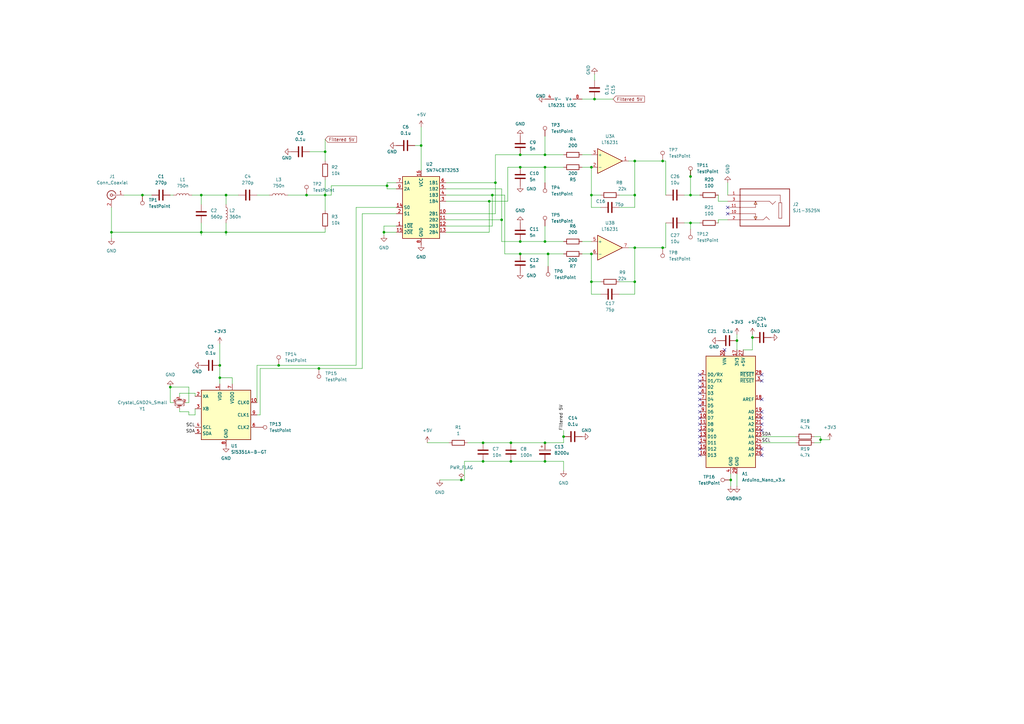
<source format=kicad_sch>
(kicad_sch (version 20211123) (generator eeschema)
  (paper "A3")
  (lib_symbols
    (symbol "Analog_Switch:SN74CBT3253"
      (property "Reference" "U" (at -7.62 13.97 0))
      (property "Value" "SN74CBT3253" (at -11.43 -13.97 0))
      (symbol "SN74CBT3253_0_1"
        (rectangle (start -7.62 12.7) (end 7.62 -12.7) (stroke (width 0.254)) (fill (type background)))
        (rectangle (start 7.62 -12.7) (end 7.62 -12.7))
      )
      (symbol "SN74CBT3253_1_1"
        (pin input line (at -10.16 -7.62 0) (length 2.54) (name "1~{OE}") (number "1"))
        (pin bidirectional line (at 10.16 -2.54 180) (length 2.54) (name "2B1") (number "10"))
        (pin bidirectional line (at 10.16 -5.08 180) (length 2.54) (name "2B2") (number "11"))
        (pin bidirectional line (at 10.16 -7.62 180) (length 2.54) (name "2B3") (number "12"))
        (pin bidirectional line (at 10.16 -10.16 180) (length 2.54) (name "2B4") (number "13"))
        (pin input line (at -10.16 0 0) (length 2.54) (name "S0") (number "14"))
        (pin input line (at -10.16 -10.16 0) (length 2.54) (name "2~{OE}") (number "15"))
        (pin power_in line (at 0 15.24 270) (length 2.54) (name "VCC") (number "16"))
        (pin input line (at -10.16 -2.54 0) (length 2.54) (name "S1") (number "2"))
        (pin bidirectional line (at 10.16 2.54 180) (length 2.54) (name "1B4") (number "3"))
        (pin bidirectional line (at 10.16 5.08 180) (length 2.54) (name "1B3") (number "4"))
        (pin bidirectional line (at 10.16 7.62 180) (length 2.54) (name "1B2") (number "5"))
        (pin bidirectional line (at 10.16 10.16 180) (length 2.54) (name "1B1") (number "6"))
        (pin bidirectional line (at -10.16 10.16 0) (length 2.54) (name "1A") (number "7"))
        (pin power_in line (at 0 -15.24 90) (length 2.54) (name "GND") (number "8"))
        (pin bidirectional line (at -10.16 7.62 0) (length 2.54) (name "2A") (number "9"))
      )
    )
    (symbol "Connector:Conn_Coaxial" (pin_names (offset 1.016) hide)
      (property "Reference" "J" (at 0.254 3.048 0))
      (property "Value" "Conn_Coaxial" (at 2.921 0 90))
      (symbol "Conn_Coaxial_0_1"
        (arc (start -1.778 -0.508) (mid 0.2311 -1.8066) (end 1.778 0) (stroke (width 0.254)))
        (polyline (pts (xy -2.54 0) (xy -0.508 0)))
        (polyline (pts (xy 0 -2.54) (xy 0 -1.778)))
        (circle (center 0 0) (radius 0.508) (stroke (width 0.2032)))
        (arc (start 1.778 0) (mid 0.2099 1.8101) (end -1.778 0.508) (stroke (width 0.254)))
      )
      (symbol "Conn_Coaxial_1_1"
        (pin passive line (at -5.08 0 0) (length 2.54) (name "In") (number "1"))
        (pin passive line (at 0 -5.08 90) (length 2.54) (name "Ext") (number "2"))
      )
    )
    (symbol "Connector:TestPoint" (pin_numbers hide) (pin_names (offset 0.762) hide)
      (property "Reference" "TP" (at 0 6.858 0))
      (property "Value" "TestPoint" (at 0 5.08 0))
      (symbol "TestPoint_0_1"
        (circle (center 0 3.302) (radius 0.762))
      )
      (symbol "TestPoint_1_1"
        (pin passive line (at 0 0 90) (length 2.54) (name "1") (number "1"))
      )
    )
    (symbol "Device:C" (pin_numbers hide) (pin_names (offset 0.254))
      (property "Reference" "C" (at 0.635 2.54 0))
      (property "Value" "C" (at 0.635 -2.54 0))
      (symbol "C_0_1"
        (polyline (pts (xy -2.032 -0.762) (xy 2.032 -0.762)) (stroke (width 0.508)))
        (polyline (pts (xy -2.032 0.762) (xy 2.032 0.762)) (stroke (width 0.508)))
      )
      (symbol "C_1_1"
        (pin passive line (at 0 3.81 270) (length 2.794) (name "~") (number "1"))
        (pin passive line (at 0 -3.81 90) (length 2.794) (name "~") (number "2"))
      )
    )
    (symbol "Device:C_Polarized" (pin_numbers hide) (pin_names (offset 0.254))
      (property "Reference" "C" (at 0.635 2.54 0))
      (property "Value" "C_Polarized" (at 0.635 -2.54 0))
      (symbol "C_Polarized_0_1"
        (rectangle (start -2.286 0.508) (end 2.286 1.016))
        (polyline (pts (xy -1.778 2.286) (xy -0.762 2.286)))
        (polyline (pts (xy -1.27 2.794) (xy -1.27 1.778)))
        (rectangle (start 2.286 -0.508) (end -2.286 -1.016) (fill (type outline)))
      )
      (symbol "C_Polarized_1_1"
        (pin passive line (at 0 3.81 270) (length 2.794) (name "~") (number "1"))
        (pin passive line (at 0 -3.81 90) (length 2.794) (name "~") (number "2"))
      )
    )
    (symbol "Device:Crystal_GND24_Small" (pin_names (offset 1.016) hide)
      (property "Reference" "Y" (at 1.27 4.445 0))
      (property "Value" "Crystal_GND24_Small" (at 1.27 2.54 0))
      (symbol "Crystal_GND24_Small_0_1"
        (rectangle (start -0.762 -1.524) (end 0.762 1.524))
        (polyline (pts (xy -1.27 -0.762) (xy -1.27 0.762)) (stroke (width 0.381)))
        (polyline (pts (xy 1.27 -0.762) (xy 1.27 0.762)) (stroke (width 0.381)))
        (polyline (pts (xy -1.27 -1.27) (xy -1.27 -1.905) (xy 1.27 -1.905) (xy 1.27 -1.27)))
        (polyline (pts (xy -1.27 1.27) (xy -1.27 1.905) (xy 1.27 1.905) (xy 1.27 1.27)))
      )
      (symbol "Crystal_GND24_Small_1_1"
        (pin passive line (at -2.54 0 0) (length 1.27) (name "1") (number "1"))
        (pin passive line (at 0 -2.54 90) (length 0.635) (name "2") (number "2"))
        (pin passive line (at 2.54 0 180) (length 1.27) (name "3") (number "3"))
        (pin passive line (at 0 2.54 270) (length 0.635) (name "4") (number "4"))
      )
    )
    (symbol "Device:L" (pin_numbers hide) (pin_names (offset 1.016) hide)
      (property "Reference" "L" (at -1.27 0 90))
      (property "Value" "L" (at 1.905 0 90))
      (symbol "L_0_1"
        (arc (start 0 -2.54) (mid 0.635 -1.905) (end 0 -1.27))
        (arc (start 0 -1.27) (mid 0.635 -0.635) (end 0 0))
        (arc (start 0 0) (mid 0.635 0.635) (end 0 1.27))
        (arc (start 0 1.27) (mid 0.635 1.905) (end 0 2.54))
      )
      (symbol "L_1_1"
        (pin passive line (at 0 3.81 270) (length 1.27) (name "1") (number "1"))
        (pin passive line (at 0 -3.81 90) (length 1.27) (name "2") (number "2"))
      )
    )
    (symbol "Device:R" (pin_numbers hide) (pin_names (offset 0))
      (property "Reference" "R" (at 2.032 0 90))
      (property "Value" "R" (at 0 0 90))
      (symbol "R_0_1"
        (rectangle (start -1.016 -2.54) (end 1.016 2.54) (stroke (width 0.254)))
      )
      (symbol "R_1_1"
        (pin passive line (at 0 3.81 270) (length 1.27) (name "~") (number "1"))
        (pin passive line (at 0 -3.81 90) (length 1.27) (name "~") (number "2"))
      )
    )
    (symbol "MCU_Module:Arduino_Nano_v3.x"
      (property "Reference" "A" (at -10.16 23.495 0))
      (property "Value" "Arduino_Nano_v3.x" (at 5.08 -24.13 0))
      (symbol "Arduino_Nano_v3.x_0_1"
        (rectangle (start -10.16 22.86) (end 10.16 -22.86) (stroke (width 0.254)) (fill (type background)))
      )
      (symbol "Arduino_Nano_v3.x_1_1"
        (pin bidirectional line (at -12.7 12.7 0) (length 2.54) (name "D1/TX") (number "1"))
        (pin bidirectional line (at -12.7 -2.54 0) (length 2.54) (name "D7") (number "10"))
        (pin bidirectional line (at -12.7 -5.08 0) (length 2.54) (name "D8") (number "11"))
        (pin bidirectional line (at -12.7 -7.62 0) (length 2.54) (name "D9") (number "12"))
        (pin bidirectional line (at -12.7 -10.16 0) (length 2.54) (name "D10") (number "13"))
        (pin bidirectional line (at -12.7 -12.7 0) (length 2.54) (name "D11") (number "14"))
        (pin bidirectional line (at -12.7 -15.24 0) (length 2.54) (name "D12") (number "15"))
        (pin bidirectional line (at -12.7 -17.78 0) (length 2.54) (name "D13") (number "16"))
        (pin power_out line (at 2.54 25.4 270) (length 2.54) (name "3V3") (number "17"))
        (pin input line (at 12.7 5.08 180) (length 2.54) (name "AREF") (number "18"))
        (pin bidirectional line (at 12.7 0 180) (length 2.54) (name "A0") (number "19"))
        (pin bidirectional line (at -12.7 15.24 0) (length 2.54) (name "D0/RX") (number "2"))
        (pin bidirectional line (at 12.7 -2.54 180) (length 2.54) (name "A1") (number "20"))
        (pin bidirectional line (at 12.7 -5.08 180) (length 2.54) (name "A2") (number "21"))
        (pin bidirectional line (at 12.7 -7.62 180) (length 2.54) (name "A3") (number "22"))
        (pin bidirectional line (at 12.7 -10.16 180) (length 2.54) (name "A4") (number "23"))
        (pin bidirectional line (at 12.7 -12.7 180) (length 2.54) (name "A5") (number "24"))
        (pin bidirectional line (at 12.7 -15.24 180) (length 2.54) (name "A6") (number "25"))
        (pin bidirectional line (at 12.7 -17.78 180) (length 2.54) (name "A7") (number "26"))
        (pin power_out line (at 5.08 25.4 270) (length 2.54) (name "+5V") (number "27"))
        (pin input line (at 12.7 15.24 180) (length 2.54) (name "~{RESET}") (number "28"))
        (pin power_in line (at 2.54 -25.4 90) (length 2.54) (name "GND") (number "29"))
        (pin input line (at 12.7 12.7 180) (length 2.54) (name "~{RESET}") (number "3"))
        (pin power_in line (at -2.54 25.4 270) (length 2.54) (name "VIN") (number "30"))
        (pin power_in line (at 0 -25.4 90) (length 2.54) (name "GND") (number "4"))
        (pin bidirectional line (at -12.7 10.16 0) (length 2.54) (name "D2") (number "5"))
        (pin bidirectional line (at -12.7 7.62 0) (length 2.54) (name "D3") (number "6"))
        (pin bidirectional line (at -12.7 5.08 0) (length 2.54) (name "D4") (number "7"))
        (pin bidirectional line (at -12.7 2.54 0) (length 2.54) (name "D5") (number "8"))
        (pin bidirectional line (at -12.7 0 0) (length 2.54) (name "D6") (number "9"))
      )
    )
    (symbol "Oscillator:Si5351A-B-GT"
      (property "Reference" "U" (at -8.89 11.43 0))
      (property "Value" "Si5351A-B-GT" (at -12.7 -12.7 0))
      (symbol "Si5351A-B-GT_0_1"
        (rectangle (start -10.16 10.16) (end 10.16 -10.16) (stroke (width 0.254)) (fill (type background)))
      )
      (symbol "Si5351A-B-GT_1_1"
        (pin power_in line (at -2.54 12.7 270) (length 2.54) (name "VDD") (number "1"))
        (pin output line (at 12.7 5.08 180) (length 2.54) (name "CLK0") (number "10"))
        (pin input line (at -12.7 7.62 0) (length 2.54) (name "XA") (number "2"))
        (pin input line (at -12.7 2.54 0) (length 2.54) (name "XB") (number "3"))
        (pin input line (at -12.7 -5.08 0) (length 2.54) (name "SCL") (number "4"))
        (pin bidirectional line (at -12.7 -7.62 0) (length 2.54) (name "SDA") (number "5"))
        (pin output line (at 12.7 -5.08 180) (length 2.54) (name "CLK2") (number "6"))
        (pin power_in line (at 2.54 12.7 270) (length 2.54) (name "VDDO") (number "7"))
        (pin power_in line (at 0 -12.7 90) (length 2.54) (name "GND") (number "8"))
        (pin output line (at 12.7 0 180) (length 2.54) (name "CLK1") (number "9"))
      )
    )
    (symbol "SJ1-3525N:SJ1-3525N" (pin_names (offset 1.016) hide)
      (property "Reference" "J" (at -10.16 10.16 0))
      (property "Value" "SJ1-3525N" (at -10.16 -12.7254 0))
      (symbol "SJ1-3525N_0_0"
        (polyline (pts (xy -10.16 -7.62) (xy 10.16 -7.62)) (stroke (width 0.254)))
        (polyline (pts (xy -10.16 7.62) (xy -10.16 -7.62)) (stroke (width 0.254)))
        (polyline (pts (xy -6.985 -4.445) (xy -6.985 1.905)) (stroke (width 0.1524)))
        (polyline (pts (xy -6.985 1.905) (xy -6.35 1.905)) (stroke (width 0.1524)))
        (polyline (pts (xy -6.35 1.905) (xy -5.715 1.905)) (stroke (width 0.1524)))
        (polyline (pts (xy -6.35 5.08) (xy -6.35 1.905)) (stroke (width 0.1524)))
        (polyline (pts (xy -5.715 -4.445) (xy -6.985 -4.445)) (stroke (width 0.1524)))
        (polyline (pts (xy -5.715 1.905) (xy -5.715 -4.445)) (stroke (width 0.1524)))
        (polyline (pts (xy -3.175 1.27) (xy -4.445 2.54)) (stroke (width 0.1524)))
        (polyline (pts (xy -1.905 2.54) (xy -3.175 1.27)) (stroke (width 0.1524)))
        (polyline (pts (xy -0.635 -3.81) (xy -1.905 -5.08)) (stroke (width 0.1524)))
        (polyline (pts (xy 0.635 -5.08) (xy -0.635 -3.81)) (stroke (width 0.1524)))
        (polyline (pts (xy 3.81 -5.08) (xy 0.635 -5.08)) (stroke (width 0.1524)))
        (polyline (pts (xy 3.81 -2.54) (xy 3.81 -5.08)) (stroke (width 0.1524)))
        (polyline (pts (xy 3.81 2.54) (xy -1.905 2.54)) (stroke (width 0.1524)))
        (polyline (pts (xy 3.81 2.54) (xy 3.81 0)) (stroke (width 0.1524)))
        (polyline (pts (xy 10.16 -7.62) (xy 10.16 -5.08)) (stroke (width 0.254)))
        (polyline (pts (xy 10.16 -5.08) (xy 3.81 -5.08)) (stroke (width 0.1524)))
        (polyline (pts (xy 10.16 -5.08) (xy 10.16 -2.54)) (stroke (width 0.254)))
        (polyline (pts (xy 10.16 -2.54) (xy 3.81 -2.54)) (stroke (width 0.1524)))
        (polyline (pts (xy 10.16 -2.54) (xy 10.16 0)) (stroke (width 0.254)))
        (polyline (pts (xy 10.16 0) (xy 3.81 0)) (stroke (width 0.1524)))
        (polyline (pts (xy 10.16 0) (xy 10.16 2.54)) (stroke (width 0.254)))
        (polyline (pts (xy 10.16 2.54) (xy 3.81 2.54)) (stroke (width 0.1524)))
        (polyline (pts (xy 10.16 2.54) (xy 10.16 5.08)) (stroke (width 0.254)))
        (polyline (pts (xy 10.16 5.08) (xy -6.35 5.08)) (stroke (width 0.1524)))
        (polyline (pts (xy 10.16 5.08) (xy 10.16 7.62)) (stroke (width 0.254)))
        (polyline (pts (xy 10.16 7.62) (xy -10.16 7.62)) (stroke (width 0.254)))
        (polyline (pts (xy 3.81 -5.08) (xy 3.175 -3.81) (xy 4.445 -3.81) (xy 3.81 -5.08)) (stroke (width 0.1524)) (fill (type background)))
        (polyline (pts (xy 3.81 2.54) (xy 4.445 1.27) (xy 3.175 1.27) (xy 3.81 2.54)) (stroke (width 0.1524)) (fill (type background)))
        (pin passive line (at 15.24 5.08 180) (length 5.08) (name "~") (number "1"))
        (pin passive line (at 15.24 -2.54 180) (length 5.08) (name "~") (number "10"))
        (pin passive line (at 15.24 0 180) (length 5.08) (name "~") (number "11"))
        (pin passive line (at 15.24 -5.08 180) (length 5.08) (name "~") (number "2"))
        (pin passive line (at 15.24 2.54 180) (length 5.08) (name "~") (number "3"))
      )
    )
    (symbol "lt6231:LT6231" (pin_names (offset 0.127))
      (property "Reference" "U" (at 0 5.08 0))
      (property "Value" "LT6231" (at 0 -5.08 0))
      (symbol "LT6231_1_1"
        (polyline (pts (xy -5.08 5.08) (xy 5.08 0) (xy -5.08 -5.08) (xy -5.08 5.08)) (stroke (width 0.254)) (fill (type background)))
        (pin output line (at 7.62 0 180) (length 2.54) (name "~") (number "1"))
        (pin input line (at -7.62 -2.54 0) (length 2.54) (name "-") (number "2"))
        (pin input line (at -7.62 2.54 0) (length 2.54) (name "+") (number "3"))
      )
      (symbol "LT6231_2_1"
        (polyline (pts (xy -5.08 5.08) (xy 5.08 0) (xy -5.08 -5.08) (xy -5.08 5.08)) (stroke (width 0.254)) (fill (type background)))
        (pin input line (at -7.62 2.54 0) (length 2.54) (name "+") (number "5"))
        (pin input line (at -7.62 -2.54 0) (length 2.54) (name "-") (number "6"))
        (pin output line (at 7.62 0 180) (length 2.54) (name "~") (number "7"))
      )
      (symbol "LT6231_3_1"
        (pin power_in line (at -2.54 -7.62 90) (length 3.81) (name "V-") (number "4"))
        (pin power_in line (at -2.54 7.62 270) (length 3.81) (name "V+") (number "8"))
      )
    )
    (symbol "power:+3.3V" (power) (pin_names (offset 0))
      (property "Value" "+3.3V" (at 0 3.556 0))
      (symbol "+3.3V_0_1"
        (polyline (pts (xy -0.762 1.27) (xy 0 2.54)))
        (polyline (pts (xy 0 0) (xy 0 2.54)))
        (polyline (pts (xy 0 2.54) (xy 0.762 1.27)))
      )
      (symbol "+3.3V_1_1"
        (pin power_in line (at 0 0 90) (length 0) hide (name "+3V3") (number "1"))
      )
    )
    (symbol "power:+5V" (power) (pin_names (offset 0))
      (property "Value" "+5V" (at 0 3.556 0))
      (symbol "+5V_0_1"
        (polyline (pts (xy -0.762 1.27) (xy 0 2.54)))
        (polyline (pts (xy 0 0) (xy 0 2.54)))
        (polyline (pts (xy 0 2.54) (xy 0.762 1.27)))
      )
      (symbol "+5V_1_1"
        (pin power_in line (at 0 0 90) (length 0) hide (name "+5V") (number "1"))
      )
    )
    (symbol "power:GND" (power) (pin_names (offset 0))
      (property "Value" "GND" (at 0 -3.81 0))
      (symbol "GND_0_1"
        (polyline (pts (xy 0 0) (xy 0 -1.27) (xy 1.27 -1.27) (xy 0 -2.54) (xy -1.27 -1.27) (xy 0 -1.27)))
      )
      (symbol "GND_1_1"
        (pin power_in line (at 0 0 270) (length 0) hide (name "GND") (number "1"))
      )
    )
    (symbol "power:PWR_FLAG" (power) (pin_numbers hide) (pin_names (offset 0) hide)
      (property "Value" "PWR_FLAG" (at 0 3.81 0))
      (symbol "PWR_FLAG_0_0"
        (pin power_out line (at 0 0 90) (length 0) (name "pwr") (number "1"))
      )
      (symbol "PWR_FLAG_0_1"
        (polyline (pts (xy 0 0) (xy 0 1.27) (xy -1.016 1.905) (xy 0 2.54) (xy 1.016 1.905) (xy 0 1.27)))
      )
    )
  )
  (junction (at 189.23 196.85))
  (junction (at 223.52 189.23))
  (junction (at 133.35 62.23))
  (junction (at 213.36 99.06))
  (junction (at 336.55 180.34))
  (junction (at 243.84 40.64))
  (junction (at 271.78 66.04))
  (junction (at 133.35 80.01))
  (junction (at 260.35 101.6))
  (junction (at 224.79 104.14))
  (junction (at 205.74 90.17))
  (junction (at 271.78 101.6))
  (junction (at 223.52 99.06))
  (junction (at 209.55 189.23))
  (junction (at 242.57 68.58))
  (junction (at 172.72 59.69))
  (junction (at 242.57 104.14))
  (junction (at 231.14 179.07))
  (junction (at 213.36 68.58))
  (junction (at 260.35 115.57))
  (junction (at 157.48 95.25))
  (junction (at 198.12 189.23))
  (junction (at 242.57 115.57))
  (junction (at 198.12 181.61))
  (junction (at 82.55 95.25))
  (junction (at 45.72 95.25))
  (junction (at 92.71 80.01))
  (junction (at 299.72 196.85))
  (junction (at 209.55 181.61))
  (junction (at 213.36 104.14))
  (junction (at 223.52 63.5))
  (junction (at 58.42 80.01))
  (junction (at 158.75 76.2))
  (junction (at 283.21 91.44))
  (junction (at 90.17 149.86))
  (junction (at 283.21 72.39))
  (junction (at 203.2 74.93))
  (junction (at 213.36 63.5))
  (junction (at 201.93 80.01))
  (junction (at 69.85 158.75))
  (junction (at 90.17 154.94))
  (junction (at 125.73 80.01))
  (junction (at 200.66 82.55))
  (junction (at 283.21 80.01))
  (junction (at 82.55 80.01))
  (junction (at 223.52 181.61))
  (junction (at 130.81 151.13))
  (junction (at 223.52 68.58))
  (junction (at 242.57 80.01))
  (junction (at 302.26 139.7))
  (junction (at 114.3 149.86))
  (junction (at 92.71 95.25))
  (junction (at 308.61 138.43))
  (junction (at 260.35 80.01))
  (junction (at 260.35 66.04))
  (no_connect (at 287.02 153.67))
  (no_connect (at 297.18 143.51))
  (no_connect (at 287.02 168.91))
  (no_connect (at 287.02 179.07))
  (no_connect (at 312.42 184.15))
  (no_connect (at 287.02 186.69))
  (no_connect (at 312.42 153.67))
  (no_connect (at 287.02 171.45))
  (no_connect (at 312.42 186.69))
  (no_connect (at 298.45 87.63))
  (no_connect (at 298.45 85.09))
  (no_connect (at 312.42 173.99))
  (no_connect (at 312.42 156.21))
  (no_connect (at 312.42 168.91))
  (no_connect (at 287.02 163.83))
  (no_connect (at 287.02 158.75))
  (no_connect (at 312.42 176.53))
  (no_connect (at 287.02 166.37))
  (no_connect (at 287.02 161.29))
  (no_connect (at 287.02 184.15))
  (no_connect (at 312.42 163.83))
  (no_connect (at 312.42 171.45))
  (no_connect (at 287.02 176.53))
  (no_connect (at 287.02 181.61))
  (no_connect (at 287.02 156.21))
  (no_connect (at 287.02 173.99))
  (wire (pts (xy 208.28 82.55) (xy 208.28 68.58)))
  (wire (pts (xy 283.21 69.85) (xy 283.21 72.39)))
  (wire (pts (xy 308.61 138.43) (xy 308.61 137.16)))
  (wire (pts (xy 182.88 87.63) (xy 203.2 87.63)))
  (wire (pts (xy 189.23 196.85) (xy 190.5 196.85)))
  (wire (pts (xy 106.68 151.13) (xy 130.81 151.13)))
  (wire (pts (xy 280.67 91.44) (xy 283.21 91.44)))
  (wire (pts (xy 180.34 196.85) (xy 189.23 196.85)))
  (wire (pts (xy 82.55 95.25) (xy 82.55 96.52)))
  (wire (pts (xy 133.35 73.66) (xy 133.35 80.01)))
  (wire (pts (xy 58.42 80.01) (xy 62.23 80.01)))
  (wire (pts (xy 273.05 66.04) (xy 273.05 80.01)))
  (wire (pts (xy 238.76 99.06) (xy 242.57 99.06)))
  (wire (pts (xy 127 62.23) (xy 133.35 62.23)))
  (wire (pts (xy 182.88 92.71) (xy 201.93 92.71)))
  (wire (pts (xy 92.71 80.01) (xy 97.79 80.01)))
  (wire (pts (xy 114.3 149.86) (xy 105.41 149.86)))
  (wire (pts (xy 336.55 179.07) (xy 336.55 180.34)))
  (wire (pts (xy 294.64 91.44) (xy 294.64 90.17)))
  (wire (pts (xy 71.12 80.01) (xy 69.85 80.01)))
  (wire (pts (xy 242.57 80.01) (xy 246.38 80.01)))
  (wire (pts (xy 95.25 154.94) (xy 95.25 157.48)))
  (wire (pts (xy 45.72 97.79) (xy 45.72 95.25)))
  (wire (pts (xy 283.21 93.98) (xy 283.21 91.44)))
  (wire (pts (xy 157.48 92.71) (xy 157.48 95.25)))
  (wire (pts (xy 302.26 139.7) (xy 302.26 143.51)))
  (wire (pts (xy 92.71 80.01) (xy 92.71 83.82)))
  (wire (pts (xy 334.01 179.07) (xy 336.55 179.07)))
  (wire (pts (xy 208.28 68.58) (xy 213.36 68.58)))
  (wire (pts (xy 73.66 167.64) (xy 73.66 168.91)))
  (wire (pts (xy 162.56 77.47) (xy 158.75 77.47)))
  (wire (pts (xy 243.84 33.02) (xy 243.84 30.48)))
  (wire (pts (xy 224.79 104.14) (xy 231.14 104.14)))
  (wire (pts (xy 203.2 87.63) (xy 203.2 74.93)))
  (wire (pts (xy 260.35 101.6) (xy 257.81 101.6)))
  (wire (pts (xy 77.47 170.18) (xy 77.47 168.91)))
  (wire (pts (xy 260.35 115.57) (xy 260.35 101.6)))
  (wire (pts (xy 242.57 80.01) (xy 242.57 85.09)))
  (wire (pts (xy 172.72 52.07) (xy 172.72 59.69)))
  (wire (pts (xy 82.55 80.01) (xy 92.71 80.01)))
  (wire (pts (xy 209.55 181.61) (xy 223.52 181.61)))
  (wire (pts (xy 223.52 63.5) (xy 231.14 63.5)))
  (wire (pts (xy 146.05 85.09) (xy 146.05 149.86)))
  (wire (pts (xy 213.36 63.5) (xy 223.52 63.5)))
  (wire (pts (xy 231.14 179.07) (xy 231.14 181.61)))
  (wire (pts (xy 254 80.01) (xy 260.35 80.01)))
  (wire (pts (xy 223.52 55.88) (xy 223.52 63.5)))
  (wire (pts (xy 190.5 196.85) (xy 190.5 189.23)))
  (wire (pts (xy 205.74 99.06) (xy 213.36 99.06)))
  (wire (pts (xy 133.35 62.23) (xy 133.35 66.04)))
  (wire (pts (xy 231.14 189.23) (xy 231.14 193.04)))
  (wire (pts (xy 302.26 199.39) (xy 302.26 194.31)))
  (wire (pts (xy 133.35 95.25) (xy 133.35 93.98)))
  (wire (pts (xy 242.57 115.57) (xy 242.57 104.14)))
  (wire (pts (xy 207.01 104.14) (xy 213.36 104.14)))
  (wire (pts (xy 105.41 80.01) (xy 110.49 80.01)))
  (wire (pts (xy 90.17 140.97) (xy 90.17 149.86)))
  (wire (pts (xy 223.52 181.61) (xy 231.14 181.61)))
  (wire (pts (xy 105.41 149.86) (xy 105.41 165.1)))
  (wire (pts (xy 182.88 74.93) (xy 203.2 74.93)))
  (wire (pts (xy 271.78 66.04) (xy 273.05 66.04)))
  (wire (pts (xy 298.45 74.93) (xy 298.45 80.01)))
  (wire (pts (xy 283.21 91.44) (xy 287.02 91.44)))
  (wire (pts (xy 223.52 92.71) (xy 223.52 99.06)))
  (wire (pts (xy 213.36 104.14) (xy 224.79 104.14)))
  (wire (pts (xy 90.17 154.94) (xy 90.17 157.48)))
  (wire (pts (xy 254 120.65) (xy 260.35 120.65)))
  (wire (pts (xy 77.47 158.75) (xy 69.85 158.75)))
  (wire (pts (xy 118.11 80.01) (xy 125.73 80.01)))
  (wire (pts (xy 205.74 90.17) (xy 205.74 99.06)))
  (wire (pts (xy 76.2 165.1) (xy 77.47 165.1)))
  (wire (pts (xy 80.01 161.29) (xy 80.01 162.56)))
  (wire (pts (xy 224.79 109.22) (xy 224.79 104.14)))
  (wire (pts (xy 92.71 95.25) (xy 133.35 95.25)))
  (wire (pts (xy 336.55 180.34) (xy 340.36 180.34)))
  (wire (pts (xy 125.73 80.01) (xy 133.35 80.01)))
  (wire (pts (xy 198.12 181.61) (xy 209.55 181.61)))
  (wire (pts (xy 201.93 80.01) (xy 201.93 92.71)))
  (wire (pts (xy 223.52 189.23) (xy 231.14 189.23)))
  (wire (pts (xy 238.76 104.14) (xy 242.57 104.14)))
  (wire (pts (xy 238.76 68.58) (xy 242.57 68.58)))
  (wire (pts (xy 78.74 80.01) (xy 82.55 80.01)))
  (wire (pts (xy 182.88 80.01) (xy 201.93 80.01)))
  (wire (pts (xy 238.76 63.5) (xy 242.57 63.5)))
  (wire (pts (xy 191.77 181.61) (xy 198.12 181.61)))
  (wire (pts (xy 205.74 77.47) (xy 205.74 90.17)))
  (wire (pts (xy 242.57 120.65) (xy 242.57 115.57)))
  (wire (pts (xy 182.88 90.17) (xy 205.74 90.17)))
  (wire (pts (xy 133.35 57.15) (xy 133.35 62.23)))
  (wire (pts (xy 69.85 158.75) (xy 69.85 165.1)))
  (wire (pts (xy 77.47 165.1) (xy 77.47 158.75)))
  (wire (pts (xy 172.72 59.69) (xy 172.72 69.85)))
  (wire (pts (xy 334.01 181.61) (xy 336.55 181.61)))
  (wire (pts (xy 336.55 180.34) (xy 336.55 181.61)))
  (wire (pts (xy 260.35 66.04) (xy 271.78 66.04)))
  (wire (pts (xy 260.35 66.04) (xy 257.81 66.04)))
  (wire (pts (xy 312.42 181.61) (xy 326.39 181.61)))
  (wire (pts (xy 170.18 59.69) (xy 172.72 59.69)))
  (wire (pts (xy 294.64 90.17) (xy 298.45 90.17)))
  (wire (pts (xy 231.14 176.53) (xy 231.14 179.07)))
  (wire (pts (xy 130.81 151.13) (xy 148.59 151.13)))
  (wire (pts (xy 273.05 91.44) (xy 273.05 101.6)))
  (wire (pts (xy 133.35 80.01) (xy 133.35 86.36)))
  (wire (pts (xy 158.75 74.93) (xy 162.56 74.93)))
  (wire (pts (xy 77.47 170.18) (xy 80.01 170.18)))
  (wire (pts (xy 90.17 154.94) (xy 95.25 154.94)))
  (wire (pts (xy 246.38 120.65) (xy 242.57 120.65)))
  (wire (pts (xy 182.88 82.55) (xy 200.66 82.55)))
  (wire (pts (xy 157.48 95.25) (xy 157.48 96.52)))
  (wire (pts (xy 201.93 80.01) (xy 207.01 80.01)))
  (wire (pts (xy 82.55 80.01) (xy 82.55 83.82)))
  (wire (pts (xy 146.05 149.86) (xy 114.3 149.86)))
  (wire (pts (xy 105.41 170.18) (xy 106.68 170.18)))
  (wire (pts (xy 148.59 151.13) (xy 148.59 87.63)))
  (wire (pts (xy 162.56 85.09) (xy 146.05 85.09)))
  (wire (pts (xy 271.78 101.6) (xy 273.05 101.6)))
  (wire (pts (xy 162.56 92.71) (xy 157.48 92.71)))
  (wire (pts (xy 213.36 99.06) (xy 223.52 99.06)))
  (wire (pts (xy 223.52 74.93) (xy 223.52 68.58)))
  (wire (pts (xy 182.88 77.47) (xy 205.74 77.47)))
  (wire (pts (xy 223.52 99.06) (xy 231.14 99.06)))
  (wire (pts (xy 302.26 137.16) (xy 302.26 139.7)))
  (wire (pts (xy 312.42 179.07) (xy 326.39 179.07)))
  (wire (pts (xy 283.21 72.39) (xy 283.21 80.01)))
  (wire (pts (xy 175.26 181.61) (xy 184.15 181.61)))
  (wire (pts (xy 190.5 189.23) (xy 198.12 189.23)))
  (wire (pts (xy 80.01 170.18) (xy 80.01 167.64)))
  (wire (pts (xy 254 85.09) (xy 260.35 85.09)))
  (wire (pts (xy 207.01 80.01) (xy 207.01 104.14)))
  (wire (pts (xy 242.57 68.58) (xy 242.57 80.01)))
  (wire (pts (xy 213.36 68.58) (xy 223.52 68.58)))
  (wire (pts (xy 73.66 161.29) (xy 73.66 162.56)))
  (wire (pts (xy 50.8 80.01) (xy 58.42 80.01)))
  (wire (pts (xy 158.75 76.2) (xy 158.75 74.93)))
  (wire (pts (xy 299.72 196.85) (xy 299.72 194.31)))
  (wire (pts (xy 73.66 161.29) (xy 80.01 161.29)))
  (wire (pts (xy 203.2 74.93) (xy 203.2 63.5)))
  (wire (pts (xy 209.55 189.23) (xy 223.52 189.23)))
  (wire (pts (xy 203.2 63.5) (xy 213.36 63.5)))
  (wire (pts (xy 260.35 101.6) (xy 271.78 101.6)))
  (wire (pts (xy 283.21 80.01) (xy 287.02 80.01)))
  (wire (pts (xy 200.66 82.55) (xy 200.66 95.25)))
  (wire (pts (xy 133.35 80.01) (xy 135.89 80.01)))
  (wire (pts (xy 294.64 80.01) (xy 294.64 82.55)))
  (wire (pts (xy 294.64 82.55) (xy 298.45 82.55)))
  (wire (pts (xy 148.59 87.63) (xy 162.56 87.63)))
  (wire (pts (xy 106.68 170.18) (xy 106.68 151.13)))
  (wire (pts (xy 200.66 82.55) (xy 208.28 82.55)))
  (wire (pts (xy 242.57 85.09) (xy 246.38 85.09)))
  (wire (pts (xy 45.72 95.25) (xy 82.55 95.25)))
  (wire (pts (xy 82.55 95.25) (xy 92.71 95.25)))
  (wire (pts (xy 260.35 80.01) (xy 260.35 85.09)))
  (wire (pts (xy 77.47 168.91) (xy 73.66 168.91)))
  (wire (pts (xy 135.89 76.2) (xy 158.75 76.2)))
  (wire (pts (xy 135.89 80.01) (xy 135.89 76.2)))
  (wire (pts (xy 246.38 115.57) (xy 242.57 115.57)))
  (wire (pts (xy 69.85 165.1) (xy 71.12 165.1)))
  (wire (pts (xy 223.52 68.58) (xy 231.14 68.58)))
  (wire (pts (xy 198.12 189.23) (xy 209.55 189.23)))
  (wire (pts (xy 157.48 95.25) (xy 162.56 95.25)))
  (wire (pts (xy 260.35 66.04) (xy 260.35 80.01)))
  (wire (pts (xy 260.35 120.65) (xy 260.35 115.57)))
  (wire (pts (xy 304.8 143.51) (xy 308.61 143.51)))
  (wire (pts (xy 243.84 40.64) (xy 238.76 40.64)))
  (wire (pts (xy 283.21 80.01) (xy 280.67 80.01)))
  (wire (pts (xy 254 115.57) (xy 260.35 115.57)))
  (wire (pts (xy 251.46 40.64) (xy 243.84 40.64)))
  (wire (pts (xy 158.75 77.47) (xy 158.75 76.2)))
  (wire (pts (xy 299.72 199.39) (xy 299.72 196.85)))
  (wire (pts (xy 92.71 95.25) (xy 92.71 96.52)))
  (wire (pts (xy 45.72 95.25) (xy 45.72 85.09)))
  (wire (pts (xy 182.88 95.25) (xy 200.66 95.25)))
  (wire (pts (xy 82.55 91.44) (xy 82.55 95.25)))
  (wire (pts (xy 92.71 91.44) (xy 92.71 95.25)))
  (wire (pts (xy 308.61 143.51) (xy 308.61 138.43)))
  (wire (pts (xy 90.17 149.86) (xy 90.17 154.94)))
  (label "SDA" (at 80.01 177.8 180))
  (label "SDA" (at 312.42 179.07 0))
  (label "Filtered 5V" (at 231.14 176.53 90))
  (label "SCL" (at 312.42 181.61 0))
  (label "SCL" (at 80.01 175.26 180))
  (global_label "Filtered 5V" (shape input) (at 251.46 40.64 0) (property "Intersheet References" "${INTERSHEET_REFS}" (effects hide)))
  (global_label "Filtered 5V" (shape input) (at 133.35 57.15 0) (property "Intersheet References" "${INTERSHEET_REFS}" (effects hide)))
  (symbol (lib_id "power:GND") (at 316.23 138.43 90) (unit 1)
    (property "Reference" "#PWR033" (effects hide))
    (property "Value" "GND" (at 320.04 135.89 90) (effects (justify left)))
  )
  (symbol (lib_id "Connector:TestPoint") (at 283.21 93.98 180) (unit 1)
    (property "Reference" "TP12" (at 285.75 96.0119 0) (effects (justify right)))
    (property "Value" "TestPoint" (at 285.75 98.5519 0) (effects (justify right)))
    (property "Footprint" "TestPoint:TestPoint_THTPad_2.0x2.0mm_Drill1.0mm" (effects hide))
  )
  (symbol (lib_id "Device:R") (at 330.2 181.61 270) (unit 1)
    (property "Reference" "R19" (at 330.2 184.15 90))
    (property "Value" "4.7k" (at 330.2 186.69 90))
    (property "Footprint" "Resistor_SMD:R_0805_2012Metric" (effects hide))
    (property "Datasheet" "https://www.te.com/commerce/DocumentDelivery/DDEController?Action=srchrtrv&DocNm=1773204-3&DocType=DS&DocLang=English" (effects hide))
  )
  (symbol (lib_id "power:GND") (at 213.36 55.88 180) (unit 1)
    (property "Reference" "#PWR014" (effects hide))
    (property "Value" "GND" (at 213.36 50.8 0))
  )
  (symbol (lib_id "Device:C") (at 66.04 80.01 270) (unit 1)
    (property "Reference" "C1" (at 66.04 72.39 90))
    (property "Value" "270p" (at 66.04 74.93 90))
    (property "Footprint" "Capacitor_SMD:C_0805_2012Metric" (effects hide))
    (property "Datasheet" "https://industrial.panasonic.com/ww/products/pt/film-cap-electroequip/models/ECHU1H271GX5" (effects hide))
  )
  (symbol (lib_id "Device:R") (at 290.83 80.01 270) (unit 1)
    (property "Reference" "R20" (at 290.83 73.66 90))
    (property "Value" "100" (at 290.83 76.2 90))
    (property "Footprint" "Resistor_SMD:R_0805_2012Metric" (effects hide))
    (property "Datasheet" "https://www.koaspeer.com/pdfs/RK73G.pdf" (effects hide))
  )
  (symbol (lib_id "Device:C_Polarized") (at 223.52 185.42 0) (unit 1)
    (property "Reference" "C13" (at 227.33 183.2609 0) (effects (justify left)))
    (property "Value" "8200u" (at 227.33 185.8009 0) (effects (justify left)))
    (property "Footprint" "Capacitor_THT:CP_Radial_D16.0mm_P7.50mm" (effects hide))
    (property "Datasheet" "https://www.nteinc.com/capacitor_web/pdf/vht.pdf" (effects hide))
  )
  (symbol (lib_id "Device:R") (at 250.19 115.57 90) (unit 1)
    (property "Reference" "R9" (at 255.27 111.76 90))
    (property "Value" "22k" (at 255.27 114.3 90))
    (property "Footprint" "Resistor_SMD:R_0805_2012Metric" (effects hide))
    (property "Datasheet" "https://www.te.com/commerce/DocumentDelivery/DDEController?Action=srchrtrv&DocNm=1773204&DocType=DS&DocLang=English" (effects hide))
  )
  (symbol (lib_id "power:+3.3V") (at 90.17 140.97 0) (unit 1)
    (property "Reference" "#PWR04" (effects hide))
    (property "Value" "+3.3V" (at 90.17 135.89 0))
  )
  (symbol (lib_id "Device:Crystal_GND24_Small") (at 73.66 165.1 90) (unit 1)
    (property "Reference" "Y1" (at 58.42 167.64 90))
    (property "Value" "Crystal_GND24_Small" (at 58.42 165.1 90))
    (property "Footprint" "Crystal:Crystal_SMD_3225-4Pin_3.2x2.5mm" (effects hide))
    (property "Datasheet" "https://media.digikey.com/pdf/Data%20Sheets/AVX%20PDFs/CX3225SB_UKY1C-H1-16355-00_Spec.pdf" (effects hide))
  )
  (symbol (lib_id "power:GND") (at 92.71 182.88 0) (unit 1)
    (property "Reference" "#PWR06" (effects hide))
    (property "Value" "GND" (at 92.71 187.96 0))
  )
  (symbol (lib_id "power:GND") (at 180.34 196.85 0) (unit 1)
    (property "Reference" "#PWR013" (effects hide))
    (property "Value" "GND" (at 180.34 201.93 0))
  )
  (symbol (lib_id "Connector:TestPoint") (at 271.78 66.04 0) (unit 1)
    (property "Reference" "TP7" (at 274.32 61.4679 0) (effects (justify left)))
    (property "Value" "TestPoint" (at 274.32 64.0079 0) (effects (justify left)))
    (property "Footprint" "TestPoint:TestPoint_THTPad_2.0x2.0mm_Drill1.0mm" (effects hide))
  )
  (symbol (lib_id "Device:C") (at 213.36 72.39 180) (unit 1)
    (property "Reference" "C10" (at 217.17 71.1199 0) (effects (justify right)))
    (property "Value" "5n" (at 217.17 73.6599 0) (effects (justify right)))
    (property "Footprint" "Capacitor_SMD:C_0805_2012Metric" (effects hide))
    (property "Datasheet" "https://search.murata.co.jp/Ceramy/image/img/A01X/G101/ENG/GRM2195C1H512JA01-01.pdf" (effects hide))
  )
  (symbol (lib_id "Connector:TestPoint") (at 223.52 74.93 180) (unit 1)
    (property "Reference" "TP4" (at 226.06 76.9619 0) (effects (justify right)))
    (property "Value" "TestPoint" (at 226.06 79.5019 0) (effects (justify right)))
    (property "Footprint" "TestPoint:TestPoint_THTPad_2.0x2.0mm_Drill1.0mm" (effects hide))
  )
  (symbol (lib_id "Device:R") (at 234.95 104.14 90) (unit 1)
    (property "Reference" "R7" (at 234.95 109.22 90))
    (property "Value" "200" (at 234.95 106.68 90))
    (property "Footprint" "Resistor_SMD:R_1206_3216Metric" (effects hide))
    (property "Datasheet" "https://www.koaspeer.com/pdfs/RK73G.pdf" (effects hide))
  )
  (symbol (lib_id "Device:C") (at 213.36 95.25 180) (unit 1)
    (property "Reference" "C11" (at 217.17 93.9799 0) (effects (justify right)))
    (property "Value" "5n" (at 217.17 96.5199 0) (effects (justify right)))
    (property "Footprint" "Capacitor_SMD:C_0805_2012Metric" (effects hide))
    (property "Datasheet" "https://search.murata.co.jp/Ceramy/image/img/A01X/G101/ENG/GRM2195C1H512JA01-01.pdf" (effects hide))
  )
  (symbol (lib_id "power:PWR_FLAG") (at 189.23 196.85 0) (unit 1)
    (property "Reference" "#FLG0102" (effects hide))
    (property "Value" "PWR_FLAG" (at 189.23 191.77 0))
  )
  (symbol (lib_id "SJ1-3525N:SJ1-3525N") (at 313.69 85.09 0) (mirror y) (unit 1)
    (property "Reference" "J2" (at 325.12 83.8199 0) (effects (justify right)))
    (property "Value" "SJ1-3525N" (at 325.12 86.3599 0) (effects (justify right)))
    (property "Footprint" "CUI_SJ1-3225N:CUI_SJ1-3525N" (effects hide))
    (property "STANDARD" "Manufacturer recommendation" (effects hide))
    (property "MANUFACTURER" "CUI" (effects hide))
    (property "PARTREV" "1.02" (effects hide))
  )
  (symbol (lib_id "lt6231:LT6231") (at 231.14 43.18 270) (unit 3)
    (property "Reference" "U3" (at 232.41 43.18 90) (effects (justify left)))
    (property "Value" "LT6231" (at 224.79 43.18 90) (effects (justify left)))
    (property "Footprint" "Package_SO:SOIC-8_3.9x4.9mm_P1.27mm" (effects hide))
    (property "Datasheet" "https://www.analog.com/media/en/technical-documentation/data-sheets/623012fc.pdf" (effects hide))
  )
  (symbol (lib_id "power:GND") (at 213.36 111.76 0) (unit 1)
    (property "Reference" "#PWR017" (effects hide))
    (property "Value" "GND" (at 215.9 113.0299 0) (effects (justify left)))
  )
  (symbol (lib_id "Device:C") (at 101.6 80.01 90) (unit 1)
    (property "Reference" "C4" (at 101.6 72.39 90))
    (property "Value" "270p" (at 101.6 74.93 90))
    (property "Footprint" "Capacitor_SMD:C_0805_2012Metric" (effects hide))
    (property "Datasheet" "https://industrial.panasonic.com/ww/products/pt/film-cap-electroequip/models/ECHU1H271GX5" (effects hide))
  )
  (symbol (lib_id "power:+3.3V") (at 302.26 137.16 0) (unit 1)
    (property "Reference" "#PWR026" (effects hide))
    (property "Value" "+3.3V" (at 302.26 132.08 0))
  )
  (symbol (lib_id "power:GND") (at 119.38 62.23 270) (unit 1)
    (property "Reference" "#PWR07" (effects hide))
    (property "Value" "GND" (at 115.57 64.77 90) (effects (justify left)))
  )
  (symbol (lib_id "Device:R") (at 330.2 179.07 90) (unit 1)
    (property "Reference" "R18" (at 330.2 172.72 90))
    (property "Value" "4.7k" (at 330.2 175.26 90))
    (property "Footprint" "Resistor_SMD:R_0805_2012Metric" (effects hide))
    (property "Datasheet" "https://www.te.com/commerce/DocumentDelivery/DDEController?Action=srchrtrv&DocNm=1773204-3&DocType=DS&DocLang=English" (effects hide))
  )
  (symbol (lib_id "Device:L") (at 114.3 80.01 90) (unit 1)
    (property "Reference" "L3" (at 114.3 73.66 90))
    (property "Value" "750n" (at 114.3 76.2 90))
    (property "Footprint" "Inductor_THT:L_Toroid_Vertical_L10.0mm_W5.0mm_P5.08mm" (effects hide))
    (property "Datasheet" "https://www.66pacific.com/calculators/toroid-coil-winding-calculator.aspx" (effects hide))
  )
  (symbol (lib_id "power:GND") (at 69.85 158.75 180) (unit 1)
    (property "Reference" "#PWR02" (effects hide))
    (property "Value" "GND" (at 69.85 153.67 0))
  )
  (symbol (lib_id "power:GND") (at 223.52 40.64 270) (unit 1)
    (property "Reference" "#PWR08" (effects hide))
    (property "Value" "GND" (at 219.71 39.37 90) (effects (justify left)))
  )
  (symbol (lib_id "Device:C") (at 213.36 59.69 180) (unit 1)
    (property "Reference" "C9" (at 217.17 58.4199 0) (effects (justify right)))
    (property "Value" "5n" (at 217.17 60.9599 0) (effects (justify right)))
    (property "Footprint" "Capacitor_SMD:C_0805_2012Metric" (effects hide))
    (property "Datasheet" "https://search.murata.co.jp/Ceramy/image/img/A01X/G101/ENG/GRM2195C1H512JA01-01.pdf" (effects hide))
  )
  (symbol (lib_id "Connector:TestPoint") (at 114.3 149.86 0) (unit 1)
    (property "Reference" "TP14" (at 116.84 145.2879 0) (effects (justify left)))
    (property "Value" "TestPoint" (at 116.84 147.8279 0) (effects (justify left)))
    (property "Footprint" "TestPoint:TestPoint_THTPad_2.0x2.0mm_Drill1.0mm" (effects hide))
  )
  (symbol (lib_id "Device:C") (at 198.12 185.42 0) (unit 1)
    (property "Reference" "C7" (at 201.93 184.1499 0) (effects (justify left)))
    (property "Value" "10n" (at 201.93 186.6899 0) (effects (justify left)))
    (property "Footprint" "Capacitor_SMD:C_0805_2012Metric" (effects hide))
    (property "Datasheet" "https://www.cde.com/resources/catalogs/FCP.pdf" (effects hide))
  )
  (symbol (lib_id "Connector:TestPoint") (at 271.78 101.6 180) (unit 1)
    (property "Reference" "TP8" (at 274.32 103.6319 0) (effects (justify right)))
    (property "Value" "TestPoint" (at 274.32 106.1719 0) (effects (justify right)))
    (property "Footprint" "TestPoint:TestPoint_THTPad_2.0x2.0mm_Drill1.0mm" (effects hide))
  )
  (symbol (lib_id "power:GND") (at 298.45 74.93 180) (unit 1)
    (property "Reference" "#PWR023" (effects hide))
    (property "Value" "GND" (at 298.45 67.31 90) (effects (justify left)))
  )
  (symbol (lib_id "Analog_Switch:SN74CBT3253") (at 172.72 85.09 0) (unit 1)
    (property "Reference" "U2" (at 174.7394 67.31 0) (effects (justify left)))
    (property "Value" "SN74CBT3253" (at 174.7394 69.85 0) (effects (justify left)))
    (property "Footprint" "Package_SO:SOIC-16_3.9x9.9mm_P1.27mm" (effects hide))
    (property "Datasheet" "http://www.ti.com/lit/gpn/sn74cbt3253" (effects hide))
  )
  (symbol (lib_id "power:GND") (at 45.72 97.79 0) (unit 1)
    (property "Reference" "#PWR01" (effects hide))
    (property "Value" "GND" (at 45.72 102.87 0))
  )
  (symbol (lib_id "Device:L") (at 74.93 80.01 90) (unit 1)
    (property "Reference" "L1" (at 74.93 73.66 90))
    (property "Value" "750n" (at 74.93 76.2 90))
    (property "Footprint" "Inductor_THT:L_Toroid_Vertical_L10.0mm_W5.0mm_P5.08mm" (effects hide))
    (property "Datasheet" "https://www.66pacific.com/calculators/toroid-coil-winding-calculator.aspx" (effects hide))
  )
  (symbol (lib_id "Connector:Conn_Coaxial") (at 45.72 80.01 0) (mirror y) (unit 1)
    (property "Reference" "J1" (at 46.0374 72.39 0))
    (property "Value" "Conn_Coaxial" (at 46.0374 74.93 0))
    (property "Footprint" "Connector_Coaxial:BNC_Amphenol_B6252HB-NPP3G-50_Horizontal" (effects hide))
    (property "Datasheet" " ~" (effects hide))
  )
  (symbol (lib_id "Device:C") (at 209.55 185.42 0) (unit 1)
    (property "Reference" "C8" (at 213.36 184.1499 0) (effects (justify left)))
    (property "Value" "100n" (at 213.36 186.6899 0) (effects (justify left)))
    (property "Footprint" "Capacitor_SMD:C_0805_2012Metric" (effects hide))
    (property "Datasheet" "https://www.cde.com/resources/catalogs/FCA.pdf" (effects hide))
  )
  (symbol (lib_id "Connector:TestPoint") (at 130.81 151.13 180) (unit 1)
    (property "Reference" "TP15" (at 133.35 153.1619 0) (effects (justify right)))
    (property "Value" "TestPoint" (at 133.35 155.7019 0) (effects (justify right)))
    (property "Footprint" "TestPoint:TestPoint_THTPad_2.0x2.0mm_Drill1.0mm" (effects hide))
  )
  (symbol (lib_id "Connector:TestPoint") (at 105.41 175.26 270) (unit 1)
    (property "Reference" "TP13" (at 110.49 173.9899 90) (effects (justify left)))
    (property "Value" "TestPoint" (at 110.49 176.5299 90) (effects (justify left)))
    (property "Footprint" "TestPoint:TestPoint_THTPad_2.0x2.0mm_Drill1.0mm" (effects hide))
  )
  (symbol (lib_id "power:GND") (at 213.36 91.44 180) (unit 1)
    (property "Reference" "#PWR016" (effects hide))
    (property "Value" "GND" (at 213.36 86.36 0))
  )
  (symbol (lib_id "Device:C") (at 250.19 85.09 270) (unit 1)
    (property "Reference" "C16" (at 246.38 82.55 90))
    (property "Value" "75p" (at 254 83.82 90))
    (property "Footprint" "Capacitor_SMD:C_0805_2012Metric" (effects hide))
    (property "Datasheet" "https://www.mouser.com/c/passive-components/capacitors/ceramic-capacitors/mlccs-multilayer-ceramic-capacitors/multilayer-ceramic-capacitors-mlcc-smd-smt/?capacitance=75%20pF&case%20code%20-%20in=0805&voltage%20rating%20dc=50%20VDC&instock=y" (effects hide))
  )
  (symbol (lib_id "Device:C") (at 123.19 62.23 90) (unit 1)
    (property "Reference" "C5" (at 123.19 54.61 90))
    (property "Value" "0.1u" (at 123.19 57.15 90))
    (property "Footprint" "Capacitor_SMD:C_0805_2012Metric" (effects hide))
    (property "Datasheet" "https://www.cde.com/resources/catalogs/FCA.pdf" (effects hide))
  )
  (symbol (lib_id "Device:C") (at 166.37 59.69 90) (unit 1)
    (property "Reference" "C6" (at 166.37 52.07 90))
    (property "Value" "0.1u" (at 166.37 54.61 90))
    (property "Footprint" "Capacitor_SMD:C_0805_2012Metric" (effects hide))
    (property "Datasheet" "https://www.cde.com/resources/catalogs/FCA.pdf" (effects hide))
  )
  (symbol (lib_id "power:GND") (at 302.26 199.39 0) (unit 1)
    (property "Reference" "#PWR027" (effects hide))
    (property "Value" "GND" (at 302.26 204.47 0))
  )
  (symbol (lib_id "Device:C") (at 213.36 107.95 180) (unit 1)
    (property "Reference" "C12" (at 217.17 106.6799 0) (effects (justify right)))
    (property "Value" "5n" (at 217.17 109.2199 0) (effects (justify right)))
    (property "Footprint" "Capacitor_SMD:C_0805_2012Metric" (effects hide))
    (property "Datasheet" "https://search.murata.co.jp/Ceramy/image/img/A01X/G101/ENG/GRM2195C1H512JA01-01.pdf" (effects hide))
  )
  (symbol (lib_id "Device:R") (at 234.95 68.58 90) (unit 1)
    (property "Reference" "R5" (at 234.95 73.66 90))
    (property "Value" "200" (at 234.95 71.12 90))
    (property "Footprint" "Resistor_SMD:R_1206_3216Metric" (effects hide))
    (property "Datasheet" "https://www.koaspeer.com/pdfs/RK73G.pdf" (effects hide))
  )
  (symbol (lib_id "Device:R") (at 234.95 63.5 90) (unit 1)
    (property "Reference" "R4" (at 234.95 57.15 90))
    (property "Value" "200" (at 234.95 59.69 90))
    (property "Footprint" "Resistor_SMD:R_1206_3216Metric" (effects hide))
    (property "Datasheet" "https://www.koaspeer.com/pdfs/RK73G.pdf" (effects hide))
  )
  (symbol (lib_id "Device:R") (at 250.19 80.01 90) (unit 1)
    (property "Reference" "R8" (at 254 74.93 90))
    (property "Value" "22k" (at 255.27 77.47 90))
    (property "Footprint" "Resistor_SMD:R_0805_2012Metric" (effects hide))
    (property "Datasheet" "https://www.te.com/commerce/DocumentDelivery/DDEController?Action=srchrtrv&DocNm=1773204&DocType=DS&DocLang=English" (effects hide))
  )
  (symbol (lib_id "Connector:TestPoint") (at 125.73 80.01 0) (unit 1)
    (property "Reference" "TP2" (at 128.27 75.4379 0) (effects (justify left)))
    (property "Value" "TestPoint" (at 128.27 77.9779 0) (effects (justify left)))
    (property "Footprint" "TestPoint:TestPoint_THTPad_2.0x2.0mm_Drill1.0mm" (effects hide))
  )
  (symbol (lib_id "Device:R") (at 133.35 90.17 0) (unit 1)
    (property "Reference" "R3" (at 135.89 88.8999 0) (effects (justify left)))
    (property "Value" "10k" (at 135.89 91.4399 0) (effects (justify left)))
    (property "Footprint" "Resistor_SMD:R_0805_2012Metric" (effects hide))
    (property "Datasheet" "http://www.calchipelectronics.com/pdf/rm_series.pdf" (effects hide))
  )
  (symbol (lib_id "power:GND") (at 238.76 179.07 90) (unit 1)
    (property "Reference" "#PWR019" (effects hide))
    (property "Value" "GND" (at 242.57 176.53 90) (effects (justify left)))
  )
  (symbol (lib_id "Device:L") (at 92.71 87.63 0) (unit 1)
    (property "Reference" "L2" (at 93.98 86.3599 0) (effects (justify left)))
    (property "Value" "360n" (at 93.98 88.8999 0) (effects (justify left)))
    (property "Footprint" "Inductor_THT:L_Toroid_Vertical_L10.0mm_W5.0mm_P5.08mm" (effects hide))
    (property "Datasheet" "https://www.66pacific.com/calculators/toroid-coil-winding-calculator.aspx" (effects hide))
  )
  (symbol (lib_id "lt6231:LT6231") (at 250.19 66.04 0) (unit 1)
    (property "Reference" "U3" (at 250.19 55.88 0))
    (property "Value" "LT6231" (at 250.19 58.42 0))
    (property "Footprint" "Package_SO:SOIC-8_3.9x4.9mm_P1.27mm" (effects hide))
    (property "Datasheet" "https://www.analog.com/media/en/technical-documentation/data-sheets/623012fc.pdf" (effects hide))
  )
  (symbol (lib_id "Device:R") (at 234.95 99.06 90) (unit 1)
    (property "Reference" "R6" (at 234.95 92.71 90))
    (property "Value" "200" (at 234.95 95.25 90))
    (property "Footprint" "Resistor_SMD:R_1206_3216Metric" (effects hide))
    (property "Datasheet" "https://www.koaspeer.com/pdfs/RK73G.pdf" (effects hide))
  )
  (symbol (lib_id "Device:C") (at 234.95 179.07 270) (unit 1)
    (property "Reference" "C14" (at 234.95 171.45 90))
    (property "Value" "0.1u" (at 234.95 173.99 90))
    (property "Footprint" "Capacitor_SMD:C_0805_2012Metric" (effects hide))
    (property "Datasheet" "https://www.cde.com/resources/catalogs/FCA.pdf" (effects hide))
  )
  (symbol (lib_id "Connector:TestPoint") (at 283.21 72.39 0) (unit 1)
    (property "Reference" "TP11" (at 285.75 67.8179 0) (effects (justify left)))
    (property "Value" "TestPoint" (at 285.75 70.3579 0) (effects (justify left)))
    (property "Footprint" "TestPoint:TestPoint_THTPad_2.0x2.0mm_Drill1.0mm" (effects hide))
  )
  (symbol (lib_id "power:GND") (at 294.64 139.7 270) (unit 1)
    (property "Reference" "#PWR024" (effects hide))
    (property "Value" "GND" (at 290.83 142.24 90) (effects (justify left)))
  )
  (symbol (lib_id "power:GND") (at 162.56 59.69 270) (unit 1)
    (property "Reference" "#PWR010" (effects hide))
    (property "Value" "GND" (at 158.75 62.23 90) (effects (justify left)))
  )
  (symbol (lib_id "Device:C") (at 86.36 149.86 90) (unit 1)
    (property "Reference" "C3" (at 86.36 142.24 90))
    (property "Value" "0.1u" (at 86.36 144.78 90))
    (property "Footprint" "Capacitor_SMD:C_0805_2012Metric" (effects hide))
    (property "Datasheet" "https://www.cde.com/resources/catalogs/FCA.pdf" (effects hide))
  )
  (symbol (lib_id "Connector:TestPoint") (at 224.79 109.22 180) (unit 1)
    (property "Reference" "TP6" (at 227.33 111.2519 0) (effects (justify right)))
    (property "Value" "TestPoint" (at 227.33 113.7919 0) (effects (justify right)))
    (property "Footprint" "TestPoint:TestPoint_THTPad_2.0x2.0mm_Drill1.0mm" (effects hide))
  )
  (symbol (lib_id "Connector:TestPoint") (at 223.52 55.88 0) (unit 1)
    (property "Reference" "TP3" (at 226.06 51.3079 0) (effects (justify left)))
    (property "Value" "TestPoint" (at 226.06 53.8479 0) (effects (justify left)))
    (property "Footprint" "TestPoint:TestPoint_THTPad_2.0x2.0mm_Drill1.0mm" (effects hide))
  )
  (symbol (lib_id "power:GND") (at 213.36 76.2 0) (unit 1)
    (property "Reference" "#PWR015" (effects hide))
    (property "Value" "GND" (at 215.9 77.4699 0) (effects (justify left)))
  )
  (symbol (lib_id "power:+5V") (at 172.72 52.07 0) (unit 1)
    (property "Reference" "#PWR011" (effects hide))
    (property "Value" "+5V" (at 172.72 46.99 0))
  )
  (symbol (lib_id "Connector:TestPoint") (at 58.42 80.01 180) (unit 1)
    (property "Reference" "TP1" (at 60.96 82.0419 0) (effects (justify right)))
    (property "Value" "TestPoint" (at 60.96 84.5819 0) (effects (justify right)))
    (property "Footprint" "TestPoint:TestPoint_THTPad_2.0x2.0mm_Drill1.0mm" (effects hide))
  )
  (symbol (lib_id "Device:R") (at 290.83 91.44 270) (unit 1)
    (property "Reference" "R21" (at 290.83 85.09 90))
    (property "Value" "100" (at 290.83 87.63 90))
    (property "Footprint" "Resistor_SMD:R_0805_2012Metric" (effects hide))
    (property "Datasheet" "https://www.koaspeer.com/pdfs/RK73G.pdf" (effects hide))
  )
  (symbol (lib_id "power:GND") (at 82.55 149.86 270) (unit 1)
    (property "Reference" "#PWR03" (effects hide))
    (property "Value" "GND" (at 78.74 152.4 90) (effects (justify left)))
  )
  (symbol (lib_id "power:+5V") (at 175.26 181.61 0) (unit 1)
    (property "Reference" "#PWR05" (effects hide))
    (property "Value" "+5V" (at 175.26 176.53 0))
  )
  (symbol (lib_id "power:GND") (at 299.72 199.39 0) (unit 1)
    (property "Reference" "#PWR025" (effects hide))
    (property "Value" "GND" (at 299.72 204.47 0))
  )
  (symbol (lib_id "Device:C") (at 276.86 91.44 270) (unit 1)
    (property "Reference" "C27" (at 276.86 96.52 90))
    (property "Value" "10u" (at 276.86 99.06 90))
    (property "Footprint" "Capacitor_SMD:C_0805_2012Metric" (effects hide))
    (property "Datasheet" "https://media.digikey.com/pdf/Data%20Sheets/Samsung%20PDFs/CL21A106KOQNNNG_Spec.pdf" (effects hide))
  )
  (symbol (lib_id "power:GND") (at 172.72 100.33 0) (unit 1)
    (property "Reference" "#PWR012" (effects hide))
    (property "Value" "GND" (at 172.72 105.41 0))
  )
  (symbol (lib_id "Device:C") (at 250.19 120.65 270) (unit 1)
    (property "Reference" "C17" (at 250.19 124.46 90))
    (property "Value" "75p" (at 250.19 127 90))
    (property "Footprint" "Capacitor_SMD:C_0805_2012Metric" (effects hide))
    (property "Datasheet" "https://www.mouser.com/c/passive-components/capacitors/ceramic-capacitors/mlccs-multilayer-ceramic-capacitors/multilayer-ceramic-capacitors-mlcc-smd-smt/?capacitance=75%20pF&case%20code%20-%20in=0805&voltage%20rating%20dc=50%20VDC&instock=y" (effects hide))
  )
  (symbol (lib_id "power:GND") (at 157.48 96.52 0) (unit 1)
    (property "Reference" "#PWR09" (effects hide))
    (property "Value" "GND" (at 157.48 101.6 0))
  )
  (symbol (lib_id "Device:C") (at 243.84 36.83 0) (unit 1)
    (property "Reference" "C15" (at 251.46 36.83 90))
    (property "Value" "0.1u" (at 248.92 36.83 90))
    (property "Footprint" "Capacitor_SMD:C_0805_2012Metric" (effects hide))
    (property "Datasheet" "https://www.cde.com/resources/catalogs/FCA.pdf" (effects hide))
  )
  (symbol (lib_id "Device:C") (at 82.55 87.63 0) (unit 1)
    (property "Reference" "C2" (at 86.36 86.3599 0) (effects (justify left)))
    (property "Value" "560p" (at 86.36 88.8999 0) (effects (justify left)))
    (property "Footprint" "Capacitor_SMD:C_0805_2012Metric" (effects hide))
    (property "Datasheet" "https://industrial.panasonic.com/ww/products/pt/film-cap-electroequip/models/ECHU1H561GX5" (effects hide))
  )
  (symbol (lib_id "Device:R") (at 187.96 181.61 90) (unit 1)
    (property "Reference" "R1" (at 187.96 175.26 90))
    (property "Value" "1" (at 187.96 177.8 90))
    (property "Footprint" "Resistor_SMD:R_0805_2012Metric" (effects hide))
    (property "Datasheet" "https://www.koaspeer.com/catimages/Products/SR73/SR73.pdf" (effects hide))
  )
  (symbol (lib_id "Connector:TestPoint") (at 223.52 92.71 0) (unit 1)
    (property "Reference" "TP5" (at 226.06 88.1379 0) (effects (justify left)))
    (property "Value" "TestPoint" (at 226.06 90.6779 0) (effects (justify left)))
    (property "Footprint" "TestPoint:TestPoint_THTPad_2.0x2.0mm_Drill1.0mm" (effects hide))
  )
  (symbol (lib_id "power:+3.3V") (at 340.36 180.34 0) (unit 1)
    (property "Reference" "#PWR037" (effects hide))
    (property "Value" "+3.3V" (at 340.36 175.26 0))
  )
  (symbol (lib_id "power:+5V") (at 308.61 137.16 0) (unit 1)
    (property "Reference" "#PWR030" (effects hide))
    (property "Value" "+5V" (at 308.61 132.08 0))
  )
  (symbol (lib_id "lt6231:LT6231") (at 250.19 101.6 0) (unit 2)
    (property "Reference" "U3" (at 250.19 91.44 0))
    (property "Value" "LT6231" (at 250.19 93.98 0))
    (property "Footprint" "Package_SO:SOIC-8_3.9x4.9mm_P1.27mm" (effects hide))
    (property "Datasheet" "https://www.analog.com/media/en/technical-documentation/data-sheets/623012fc.pdf" (effects hide))
  )
  (symbol (lib_id "MCU_Module:Arduino_Nano_v3.x") (at 299.72 168.91 0) (unit 1)
    (property "Reference" "A1" (at 304.2794 194.31 0) (effects (justify left)))
    (property "Value" "Arduino_Nano_v3.x" (at 304.2794 196.85 0) (effects (justify left)))
    (property "Footprint" "Module:Arduino_Nano" (effects hide))
    (property "Datasheet" "http://www.mouser.com/pdfdocs/Gravitech_Arduino_Nano3_0.pdf" (effects hide))
  )
  (symbol (lib_id "Device:C") (at 276.86 80.01 270) (unit 1)
    (property "Reference" "C26" (at 276.86 72.39 90))
    (property "Value" "10u" (at 276.86 74.93 90))
    (property "Footprint" "Capacitor_SMD:C_0805_2012Metric" (effects hide))
    (property "Datasheet" "https://media.digikey.com/pdf/Data%20Sheets/Samsung%20PDFs/CL21A106KOQNNNG_Spec.pdf" (effects hide))
  )
  (symbol (lib_id "Oscillator:Si5351A-B-GT") (at 92.71 170.18 0) (unit 1)
    (property "Reference" "U1" (at 94.7294 182.88 0) (effects (justify left)))
    (property "Value" "Si5351A-B-GT" (at 94.7294 185.42 0) (effects (justify left)))
    (property "Footprint" "Package_SO:MSOP-10_3x3mm_P0.5mm" (effects hide))
    (property "Datasheet" "https://www.silabs.com/documents/public/data-sheets/Si5351-B.pdf" (effects hide))
  )
  (symbol (lib_id "Device:C") (at 312.42 138.43 270) (unit 1)
    (property "Reference" "C24" (at 312.42 130.81 90))
    (property "Value" "0.1u" (at 312.42 133.35 90))
    (property "Footprint" "Capacitor_SMD:C_0805_2012Metric" (effects hide))
    (property "Datasheet" "https://www.cde.com/resources/catalogs/FCA.pdf" (effects hide))
  )
  (symbol (lib_id "Device:C") (at 298.45 139.7 90) (unit 1)
    (property "Reference" "C21" (at 292.1 135.89 90))
    (property "Value" "0.1u" (at 298.45 135.89 90))
    (property "Footprint" "Capacitor_SMD:C_0805_2012Metric" (effects hide))
    (property "Datasheet" "https://www.cde.com/resources/catalogs/FCA.pdf" (effects hide))
  )
  (symbol (lib_id "Connector:TestPoint") (at 299.72 196.85 90) (unit 1)
    (property "Reference" "TP16" (at 290.83 195.58 90))
    (property "Value" "TestPoint" (at 290.83 198.12 90))
    (property "Footprint" "TestPoint:TestPoint_THTPad_2.0x2.0mm_Drill1.0mm" (effects hide))
  )
  (symbol (lib_id "Device:R") (at 133.35 69.85 0) (unit 1)
    (property "Reference" "R2" (at 135.89 68.5799 0) (effects (justify left)))
    (property "Value" "10k" (at 135.89 71.1199 0) (effects (justify left)))
    (property "Footprint" "Resistor_SMD:R_0805_2012Metric" (effects hide))
  )
  (symbol (lib_id "power:GND") (at 243.84 30.48 180) (unit 1)
    (property "Reference" "#PWR020" (effects hide))
    (property "Value" "GND" (at 241.3 26.67 90) (effects (justify left)))
  )
  (symbol (lib_id "power:GND") (at 231.14 193.04 0) (unit 1)
    (property "Reference" "#PWR018" (effects hide))
    (property "Value" "GND" (at 231.14 198.12 0))
  )
)
</source>
